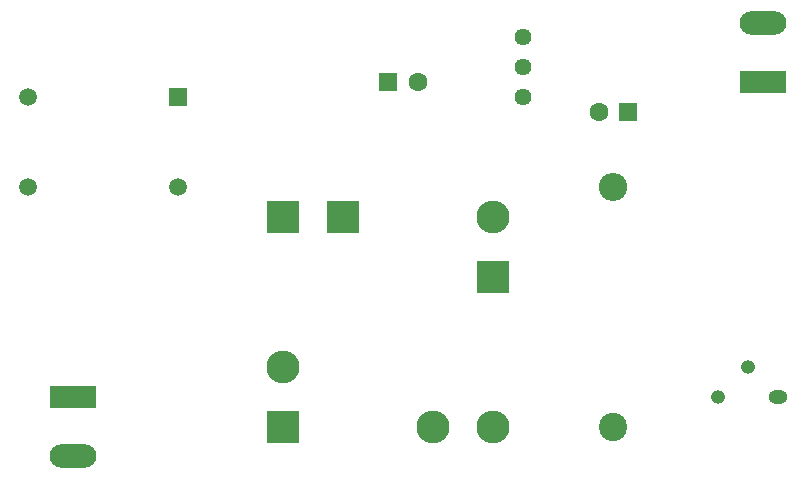
<source format=gbr>
%TF.GenerationSoftware,KiCad,Pcbnew,(5.1.10)-1*%
%TF.CreationDate,2021-08-17T10:22:29+03:00*%
%TF.ProjectId,first project,66697273-7420-4707-926f-6a6563742e6b,rev?*%
%TF.SameCoordinates,Original*%
%TF.FileFunction,Soldermask,Bot*%
%TF.FilePolarity,Negative*%
%FSLAX46Y46*%
G04 Gerber Fmt 4.6, Leading zero omitted, Abs format (unit mm)*
G04 Created by KiCad (PCBNEW (5.1.10)-1) date 2021-08-17 10:22:29*
%MOMM*%
%LPD*%
G01*
G04 APERTURE LIST*
%ADD10C,1.520000*%
%ADD11R,1.520000X1.520000*%
%ADD12R,1.600000X1.600000*%
%ADD13C,1.600000*%
%ADD14O,2.800000X2.800000*%
%ADD15R,2.800000X2.800000*%
%ADD16R,3.960000X1.980000*%
%ADD17O,3.960000X1.980000*%
%ADD18C,2.400000*%
%ADD19O,2.400000X2.400000*%
%ADD20C,1.440000*%
%ADD21O,1.600000X1.200000*%
%ADD22O,1.200000X1.200000*%
G04 APERTURE END LIST*
D10*
%TO.C,T1*%
X107950000Y-76200000D03*
X107950000Y-83820000D03*
D11*
X120650000Y-76200000D03*
D10*
X120650000Y-83820000D03*
%TD*%
D12*
%TO.C,C1*%
X158750000Y-77470000D03*
D13*
X156250000Y-77470000D03*
%TD*%
D12*
%TO.C,C2*%
X138430000Y-74930000D03*
D13*
X140930000Y-74930000D03*
%TD*%
D14*
%TO.C,D1*%
X147320000Y-104140000D03*
D15*
X147320000Y-91440000D03*
%TD*%
D14*
%TO.C,D2*%
X142240000Y-104140000D03*
D15*
X129540000Y-104140000D03*
%TD*%
%TO.C,D3*%
X134620000Y-86360000D03*
D14*
X147320000Y-86360000D03*
%TD*%
D15*
%TO.C,D4*%
X129540000Y-86360000D03*
D14*
X129540000Y-99060000D03*
%TD*%
D16*
%TO.C,J1*%
X111760000Y-101600000D03*
D17*
X111760000Y-106600000D03*
%TD*%
%TO.C,J2*%
X170180000Y-69930000D03*
D16*
X170180000Y-74930000D03*
%TD*%
D18*
%TO.C,R1*%
X157480000Y-104140000D03*
D19*
X157480000Y-83820000D03*
%TD*%
D20*
%TO.C,RV1*%
X149860000Y-71120000D03*
X149860000Y-73660000D03*
X149860000Y-76200000D03*
%TD*%
D21*
%TO.C,U1*%
X171450000Y-101600000D03*
D22*
X168910000Y-99060000D03*
X166370000Y-101600000D03*
%TD*%
M02*

</source>
